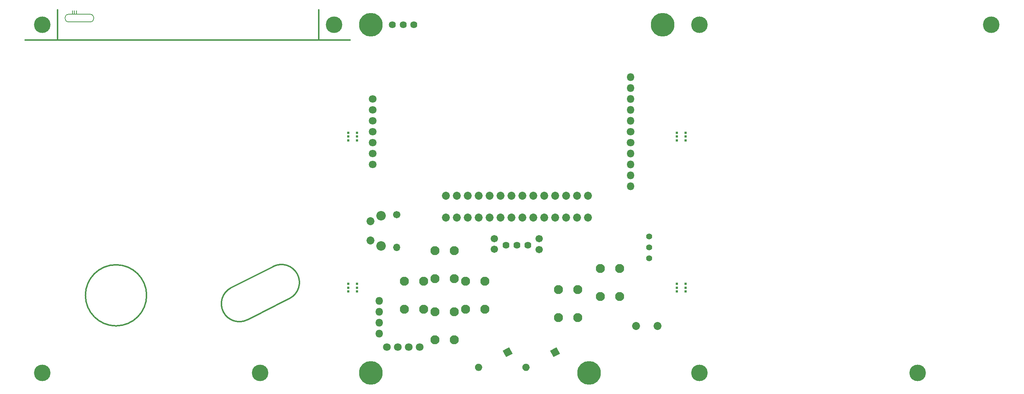
<source format=gbr>
G04 #@! TF.GenerationSoftware,KiCad,Pcbnew,(5.1.9-0-10_14)*
G04 #@! TF.CreationDate,2021-03-07T20:02:12-08:00*
G04 #@! TF.ProjectId,system,73797374-656d-42e6-9b69-6361645f7063,1.0-dev4*
G04 #@! TF.SameCoordinates,Original*
G04 #@! TF.FileFunction,Soldermask,Top*
G04 #@! TF.FilePolarity,Negative*
%FSLAX46Y46*%
G04 Gerber Fmt 4.6, Leading zero omitted, Abs format (unit mm)*
G04 Created by KiCad (PCBNEW (5.1.9-0-10_14)) date 2021-03-07 20:02:12*
%MOMM*%
%LPD*%
G01*
G04 APERTURE LIST*
%ADD10C,0.300000*%
%ADD11C,0.150000*%
%ADD12O,1.801600X1.801600*%
%ADD13C,1.801600*%
%ADD14C,1.851600*%
%ADD15C,2.101600*%
%ADD16C,3.851600*%
%ADD17C,1.401600*%
%ADD18C,0.609600*%
%ADD19C,5.501599*%
%ADD20C,5.501600*%
%ADD21C,1.701600*%
%ADD22O,1.701600X1.701600*%
%ADD23C,1.625600*%
%ADD24C,2.201600*%
%ADD25C,1.621600*%
G04 APERTURE END LIST*
D10*
X77141378Y-138760262D02*
G75*
G02*
X73281622Y-131345738I-1929878J3707262D01*
G01*
X83060622Y-126392738D02*
G75*
G02*
X86920378Y-133807262I1929878J-3707262D01*
G01*
X86920378Y-133807262D02*
X77141378Y-138760262D01*
X83060622Y-126392738D02*
X73281622Y-131345738D01*
D11*
X37395000Y-66865500D02*
X37395000Y-67691000D01*
X36895000Y-66865500D02*
X36895000Y-67691000D01*
X36395000Y-66865500D02*
X36395000Y-67691000D01*
X40513000Y-67691000D02*
G75*
G02*
X40513000Y-69469000I0J-889000D01*
G01*
X35560000Y-69469000D02*
G75*
G02*
X35560000Y-67691000I0J889000D01*
G01*
X35560000Y-67691000D02*
X40513000Y-67691000D01*
X40513000Y-69469000D02*
X35560000Y-69469000D01*
D10*
X93654500Y-66675000D02*
X93654500Y-73660000D01*
X32964500Y-66675000D02*
X32964500Y-73660000D01*
X25400000Y-73660000D02*
X100965000Y-73660000D01*
X53657500Y-133096000D02*
G75*
G03*
X53657500Y-133096000I-7112000J0D01*
G01*
X77141378Y-138760262D02*
G75*
G02*
X73281622Y-131345738I-1929878J3707262D01*
G01*
X83060622Y-126392738D02*
G75*
G02*
X86920378Y-133807262I1929878J-3707262D01*
G01*
X86920378Y-133807262D02*
X77141378Y-138760262D01*
X83060622Y-126392738D02*
X73281622Y-131345738D01*
D11*
X37395000Y-66865500D02*
X37395000Y-67691000D01*
X36895000Y-66865500D02*
X36895000Y-67691000D01*
X36395000Y-66865500D02*
X36395000Y-67691000D01*
X40513000Y-67691000D02*
G75*
G02*
X40513000Y-69469000I0J-889000D01*
G01*
X35560000Y-69469000D02*
G75*
G02*
X35560000Y-67691000I0J889000D01*
G01*
X35560000Y-67691000D02*
X40513000Y-67691000D01*
X40513000Y-69469000D02*
X35560000Y-69469000D01*
D10*
X93654500Y-66675000D02*
X93654500Y-73660000D01*
X32964500Y-66675000D02*
X32964500Y-73660000D01*
X25400000Y-73660000D02*
X100965000Y-73660000D01*
X53657500Y-133096000D02*
G75*
G03*
X53657500Y-133096000I-7112000J0D01*
G01*
D12*
X107696000Y-136906000D03*
X107696000Y-134366000D03*
X107696000Y-139446000D03*
X107696000Y-141986000D03*
X166116000Y-84836000D03*
X166116000Y-100076000D03*
X166116000Y-107696000D03*
X166116000Y-102616000D03*
X166116000Y-105156000D03*
X166116000Y-82296000D03*
D13*
X166116000Y-97536000D03*
D12*
X166116000Y-87376000D03*
X166116000Y-89916000D03*
X166116000Y-92456000D03*
D13*
X166116000Y-94996000D03*
D14*
X156210000Y-109920000D03*
X153670000Y-109920000D03*
X151130000Y-109920000D03*
X148590000Y-109920000D03*
X146050000Y-109920000D03*
X143510000Y-109920000D03*
X140970000Y-109920000D03*
X138430000Y-109920000D03*
X135890000Y-109920000D03*
X133350000Y-109920000D03*
X130810000Y-109920000D03*
X128270000Y-109920000D03*
X125730000Y-109920000D03*
X123190000Y-109920000D03*
X123190000Y-115000000D03*
X125730000Y-115000000D03*
X128270000Y-115000000D03*
X130810000Y-115000000D03*
X133350000Y-115000000D03*
X135890000Y-115000000D03*
X156210000Y-115000000D03*
X153670000Y-115000000D03*
X151130000Y-115000000D03*
X148590000Y-115000000D03*
X146050000Y-115000000D03*
X143510000Y-115000000D03*
X138430000Y-115000000D03*
X140970000Y-115000000D03*
D13*
X106200000Y-102616000D03*
X106200000Y-100076000D03*
X106200000Y-97536000D03*
X106200000Y-94996000D03*
X106200000Y-92456000D03*
X106200000Y-89916000D03*
X106200000Y-87376000D03*
D15*
X153852000Y-138303000D03*
X149352000Y-138303000D03*
X153852000Y-131803000D03*
X149352000Y-131803000D03*
X163631000Y-133350000D03*
X159131000Y-133350000D03*
X163631000Y-126850000D03*
X159131000Y-126850000D03*
X125186000Y-129234000D03*
X120686000Y-129234000D03*
X125186000Y-122734000D03*
X120686000Y-122734000D03*
X120686000Y-136958000D03*
X125186000Y-136958000D03*
X120686000Y-143458000D03*
X125186000Y-143458000D03*
X118074000Y-136346000D03*
X113574000Y-136346000D03*
X118074000Y-129846000D03*
X113574000Y-129846000D03*
X127798000Y-129846000D03*
X132298000Y-129846000D03*
X127798000Y-136346000D03*
X132298000Y-136346000D03*
D16*
X249999500Y-70104000D03*
X232854500Y-151130000D03*
X182181500Y-70104000D03*
X182181500Y-151130000D03*
D17*
X170434000Y-121920000D03*
X170434000Y-124460000D03*
X170434000Y-119380000D03*
D16*
X97218500Y-70104000D03*
X80073500Y-151130000D03*
X29400500Y-70104000D03*
X29400500Y-151130000D03*
D18*
X178911000Y-131318000D03*
X178911000Y-130429000D03*
X178911000Y-132207000D03*
X176879000Y-130429000D03*
X176879000Y-131318000D03*
X176879000Y-132207000D03*
X176879000Y-97028000D03*
X176879000Y-96139000D03*
X176879000Y-95250000D03*
X178911000Y-97028000D03*
X178911000Y-95250000D03*
X178911000Y-96139000D03*
X100489000Y-96139000D03*
X100489000Y-97028000D03*
X100489000Y-95250000D03*
X102521000Y-97028000D03*
X102521000Y-96139000D03*
X102521000Y-95250000D03*
X102521000Y-130429000D03*
X102521000Y-131318000D03*
X102521000Y-132207000D03*
X100489000Y-130429000D03*
X100489000Y-132207000D03*
X100489000Y-131318000D03*
D19*
X105791000Y-151130000D03*
X105791000Y-70104000D03*
X156464000Y-151130000D03*
D20*
X173609000Y-70104000D03*
D14*
X172426000Y-140208000D03*
X167426000Y-140208000D03*
D21*
X134493000Y-119888000D03*
X134493000Y-122388000D03*
X144907000Y-119928000D03*
X144907000Y-122428000D03*
G36*
G01*
X142585646Y-149467144D02*
X142585646Y-149467144D01*
G75*
G02*
X142223833Y-150614669I-754669J-392856D01*
G01*
X142223833Y-150614669D01*
G75*
G02*
X141076308Y-150252856I-392856J754669D01*
G01*
X141076308Y-150252856D01*
G75*
G02*
X141438121Y-149105331I754669J392856D01*
G01*
X141438121Y-149105331D01*
G75*
G02*
X142585646Y-149467144I392856J-754669D01*
G01*
G37*
G36*
G01*
X148975270Y-145239011D02*
X149714068Y-146658229D01*
G75*
G02*
X149692465Y-146726746I-45060J-23457D01*
G01*
X148273247Y-147465544D01*
G75*
G02*
X148204730Y-147443941I-23457J45060D01*
G01*
X147465932Y-146024723D01*
G75*
G02*
X147487535Y-145956206I45060J23457D01*
G01*
X148906753Y-145217408D01*
G75*
G02*
X148975270Y-145239011I23457J-45060D01*
G01*
G37*
G36*
G01*
X137954293Y-145239011D02*
X138693091Y-146658229D01*
G75*
G02*
X138671488Y-146726746I-45060J-23457D01*
G01*
X137252270Y-147465544D01*
G75*
G02*
X137183753Y-147443941I-23457J45060D01*
G01*
X136444955Y-146024723D01*
G75*
G02*
X136466558Y-145956206I45060J23457D01*
G01*
X137885776Y-145217408D01*
G75*
G02*
X137954293Y-145239011I23457J-45060D01*
G01*
G37*
G36*
G01*
X131564669Y-149467144D02*
X131564669Y-149467144D01*
G75*
G02*
X131202856Y-150614669I-754669J-392856D01*
G01*
X131202856Y-150614669D01*
G75*
G02*
X130055331Y-150252856I-392856J754669D01*
G01*
X130055331Y-150252856D01*
G75*
G02*
X130417144Y-149105331I754669J392856D01*
G01*
X130417144Y-149105331D01*
G75*
G02*
X131564669Y-149467144I392856J-754669D01*
G01*
G37*
X111760000Y-114300000D03*
D22*
X111760000Y-121920000D03*
D23*
X110794800Y-70104000D03*
X113284000Y-70104000D03*
X115773200Y-70104000D03*
D24*
X108154000Y-121584000D03*
D14*
X105664000Y-120324000D03*
X105664000Y-115824000D03*
D24*
X108154000Y-114574000D03*
D13*
X114554000Y-145161000D03*
X112014000Y-145161000D03*
X117094000Y-145161000D03*
X109474000Y-145161000D03*
D25*
X137160000Y-121412000D03*
X142240000Y-121412000D03*
X139700000Y-121412000D03*
M02*

</source>
